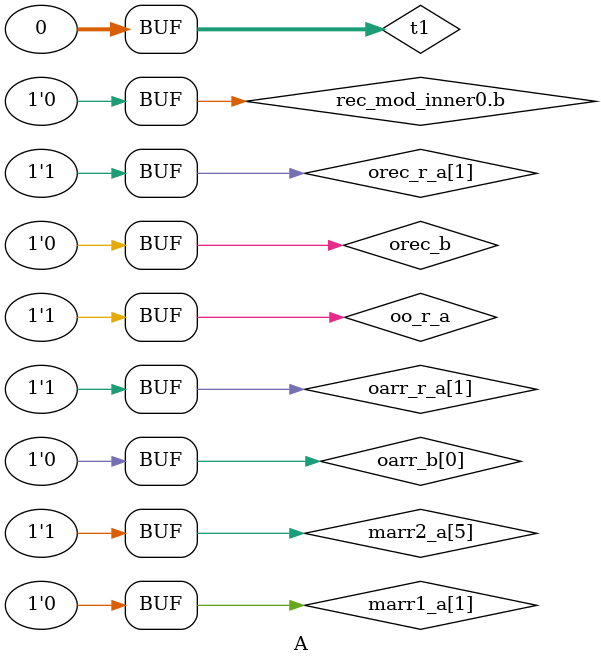
<source format=sv>

module B_top // "b_mod"
(
);


//------------------------------------------------------------------------------
// Child module instances

A a_mod
(

);

endmodule



//==============================================================================
//
// Module: A (test_array_method2.cpp:113:5)
//
module A // "b_mod.a_mod"
(
);

// Variables generated for SystemC signals
logic signed [31:0] t0;
logic signed [31:0] t1;

//------------------------------------------------------------------------------
// Method process: rec_mod_arr1 (test_array_method2.cpp:45:5) 

// Process-local variables
logic marr1_a[2];
logic marr2_a[2][3];
logic signed [31:0] marr1_b[2];
logic signed [31:0] marr2_b[2][3];

always_comb 
begin : rec_mod_arr1     // test_array_method2.cpp:45:5
    integer c;
    marr1_a[1] = '0;
    marr2_a[1][2] = !marr1_a[1];
    c = 32'(marr2_b[1][0] + marr1_b[0]);
    t0 = c;
end

//------------------------------------------------------------------------------
// Method process: rec_mod_inner0 (test_array_method2.cpp:79:5) 

// Process-local variables
logic oo_r_a;

always_comb 
begin : rec_mod_inner0     // test_array_method2.cpp:79:5
    logic b;
    oo_r_a = 1;
    b = !oo_r_a;
    t1 = b;
end

//------------------------------------------------------------------------------
// Method process: rec_mod_inner1 (test_array_method2.cpp:88:5) 

// Process-local variables
logic oarr_b[2];
logic oarr_r_a[2];

always_comb 
begin : rec_mod_inner1     // test_array_method2.cpp:88:5
    oarr_b[0] = '0;
    oarr_r_a[1] = !oarr_b[0];
end

//------------------------------------------------------------------------------
// Method process: rec_mod_inner2 (test_array_method2.cpp:102:5) 

// Process-local variables
logic orec_b;
logic orec_r_a[3];

always_comb 
begin : rec_mod_inner2     // test_array_method2.cpp:102:5
    orec_b = '0;
    orec_r_a[1] = !orec_b;
end

endmodule



</source>
